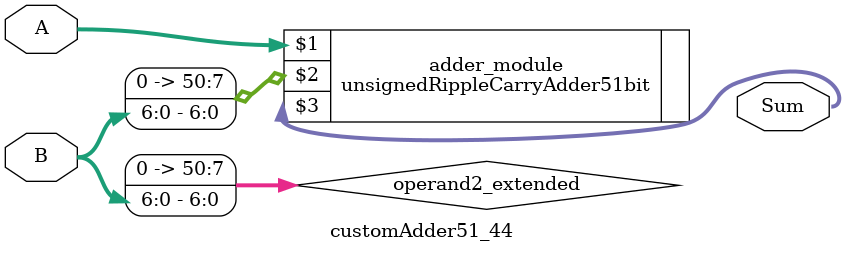
<source format=v>
module customAdder51_44(
                        input [50 : 0] A,
                        input [6 : 0] B,
                        
                        output [51 : 0] Sum
                );

        wire [50 : 0] operand2_extended;
        
        assign operand2_extended =  {44'b0, B};
        
        unsignedRippleCarryAdder51bit adder_module(
            A,
            operand2_extended,
            Sum
        );
        
        endmodule
        
</source>
